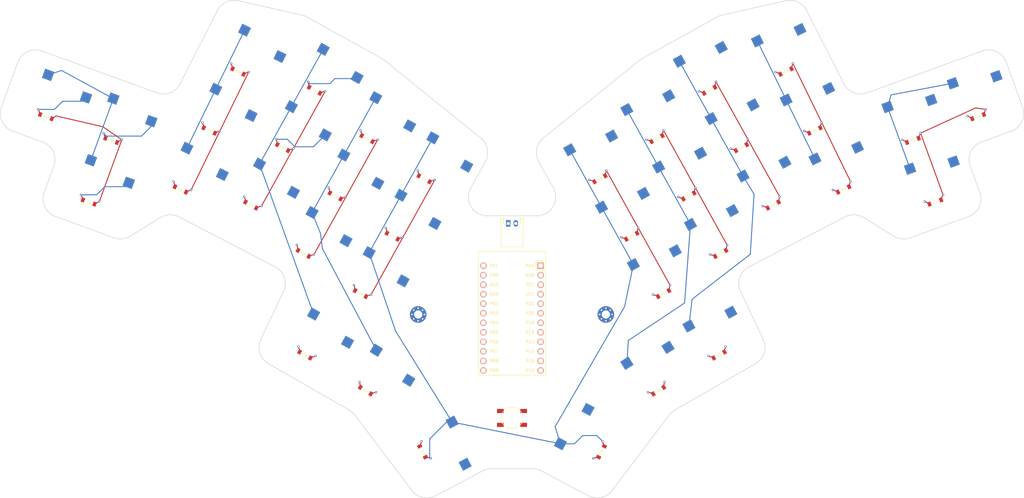
<source format=kicad_pcb>
(kicad_pcb (version 20240108) (generator "pcbnew") (generator_version "8.0")
  (title_block (title "tutorial") (rev "v1.0.0") (company "Unknown"))
  (layers (0 "F.Cu" signal) (31 "B.Cu" signal) (34 "B.Paste" user) (35 "F.Paste" user) (36 "B.SilkS" user "B.Silkscreen") (37 "F.SilkS" user "F.Silkscreen") (38 "B.Mask" user) (39 "F.Mask" user) (44 "Edge.Cuts" user))
  (net 0 "")
  (net 1 "P7")
  (net 2 "pinky_extension_home")
  (net 3 "pinky_bottom")
  (net 4 "pinky_home")
  (net 5 "P8")
  (net 6 "ring_bottom")
  (net 7 "ring_home")
  (net 8 "ring_top")
  (net 9 "P9")
  (net 10 "middle_bottom")
  (net 11 "middle_home")
  (net 12 "middle_top")
  (net 13 "P16")
  (net 14 "index_bottom")
  (net 15 "index_home")
  (net 16 "index_top")
  (net 17 "P10")
  (net 18 "inner_bottom")
  (net 19 "inner_home")
  (net 20 "inner_top")
  (net 21 "mirror_pinky_extension_home")
  (net 22 "mirror_pinky_bottom")
  (net 23 "mirror_pinky_home")
  (net 24 "mirror_ring_bottom")
  (net 25 "mirror_ring_home")
  (net 26 "mirror_ring_top")
  (net 27 "mirror_middle_bottom")
  (net 28 "mirror_middle_home")
  (net 29 "mirror_middle_top")
  (net 30 "mirror_index_bottom")
  (net 31 "mirror_index_home")
  (net 32 "mirror_index_top")
  (net 33 "mirror_inner_bottom")
  (net 34 "mirror_inner_home")
  (net 35 "mirror_inner_top")
  (net 36 "inner_default")
  (net 37 "center_default")
  (net 38 "outer_default")
  (net 39 "mirror_inner_default")
  (net 40 "mirror_center_default")
  (net 41 "mirror_outer_default")
  (net 42 "RAW")
  (net 43 "GND")
  (net 44 "RST")
  (net 45 "VCC")
  (net 46 "P21")
  (net 47 "P20")
  (net 48 "P19")
  (net 49 "P18")
  (net 50 "P15")
  (net 51 "P14")
  (net 52 "P1")
  (net 53 "P0")
  (net 54 "P2")
  (net 55 "P3")
  (net 56 "P4")
  (net 57 "P5")
  (net 58 "P6")
  (footprint "E73:SW_TACT_ALPS_SKQGABE010" (layer "F.Cu") (at 169.516968 189.662374)
    (property "Reference" "B1" (hide yes))
    (property "Value" "" (hide yes))
  )
  (footprint "ComboDiode" (layer "F.Cu") (at 88.864382 112.994356 154)
    (property "Reference" "D5" (hide yes))
    (property "Value" "" (hide yes))
  )
  (footprint "PG1350" (layer "F.Cu") (at 131.434766 152.380592 -29)
    (property "Reference" "S13" (hide yes))
    (property "Value" "" (hide yes))
  )
  (footprint "PG1350" (layer "F.Cu") (at 190.630833 121.768902 29)
    (property "Reference" "S30" (hide yes))
    (property "Value" "" (hide yes))
  )
  (footprint "ProMicro" (layer "F.Cu") (at 169.516968 163.018902 -90)
    (property "Reference" "MCU1" (hide yes))
    (property "Value" "" (hide yes))
  )
  (footprint "ComboDiode" (layer "F.Cu") (at 282.283721 132.074802 -160)
    (property "Reference" "D17" (hide yes))
    (property "Value" "" (hide yes))
  )
  (footprint "ComboDiode" (layer "F.Cu") (at 208.120284 115.161397 -151)
    (property "Reference" "D27" (hide yes))
    (property "Value" "" (hide yes))
  )
  (footprint "PG1350" (layer "F.Cu") (at 46.958748 104.886253 -20)
    (property "Reference" "S1" (hide yes))
    (property "Value" "" (hide yes))
  )
  (footprint "PG1350" (layer "F.Cu") (at 139.918934 137.074747 -29)
    (property "Reference" "S14" (hide yes))
    (property "Value" "" (hide yes))
  )
  (footprint "ComboDiode" (layer "F.Cu") (at 222.119105 102.25663 -151)
    (property "Reference" "D24" (hide yes))
    (property "Value" "" (hide yes))
  )
  (footprint "PG1350" (layer "F.Cu") (at 98.596221 93.041128 -26)
    (property "Reference" "S6" (hide yes))
    (property "Value" "" (hide yes))
  )
  (footprint "ComboDiode" (layer "F.Cu") (at 137.640329 141.185459 151)
    (property "Reference" "D14" (hide yes))
    (property "Value" "" (hide yes))
  )
  (footprint "PG1350" (layer "F.Cu") (at 90.924726 108.770024 -26)
    (property "Reference" "S5" (hide yes))
    (property "Value" "" (hide yes))
  )
  (footprint "PG1350" (layer "F.Cu") (at 119.193436 98.145918 -29)
    (property "Reference" "S9" (hide yes))
    (property "Value" "" (hide yes))
  )
  (footprint "ComboDiode" (layer "F.Cu") (at 122.429483 130.467242 151)
    (property "Reference" "D11" (hide yes))
    (property "Value" "" (hide yes))
  )
  (footprint "PG1350" (layer "F.Cu") (at 274.690874 111.213625 20)
    (property "Reference" "S18" (hide yes))
    (property "Value" "" (hide yes))
  )
  (footprint "ComboDiode" (layer "F.Cu") (at 193.347314 198.664829 -118)
    (property "Reference" "D36" (hide yes))
    (property "Value" "" (hide yes))
  )
  (footprint "PG1350" (layer "F.Cu") (at 222.395675 168.760867 29)
    (property "Reference" "S34" (hide yes))
    (property "Value" "" (hide yes))
  )
  (footprint "MountingHole_2.2mm_M2_Pad_Via" (layer "F.Cu") (at 144.516968 162.074747)
    (property "Reference" "_1" (hide yes))
    (property "Value" "")
  )
  (footprint "PG1350" (layer "F.Cu") (at 83.253231 124.49892 -26)
    (property "Reference" "S4" (hide yes))
    (property "Value" "" (hide yes))
  )
  (footprint "PG1350" (layer "F.Cu") (at 148.403102 121.768902 -29)
    (property "Reference" "S15" (hide yes))
    (property "Value" "" (hide yes))
  )
  (footprint "PG1350" (layer "F.Cu") (at 248.109209 108.770024 26)
    (property "Reference" "S20" (hide yes))
    (property "Value" "" (hide yes))
  )
  (footprint "PG1350" (layer "F.Cu") (at 64.343061 111.213625 -20)
    (property "Reference" "S3" (hide yes))
    (property "Value" "" (hide yes))
  )
  (footprint "PG1350" (layer "F.Cu") (at 206.043734 178.392897 32)
    (property "Reference" "S35" (hide yes))
    (property "Value" "" (hide yes))
  )
  (footprint "MountingHole_2.2mm_M2_Pad_Via" (layer "F.Cu") (at 194.516968 162.074747)
    (property "Reference" "_2" (hide yes))
    (property "Value" "")
  )
  (footprint "ComboDiode" (layer "F.Cu") (at 209.877775 156.491304 -151)
    (property "Reference" "D28" (hide yes))
    (property "Value" "" (hide yes))
  )
  (footprint "ComboDiode" (layer "F.Cu") (at 208.534354 182.378723 -148)
    (property "Reference" "D35" (hide yes))
    (property "Value" "" (hide yes))
  )
  (footprint "PG1350" (layer "F.Cu") (at 58.357709 127.658246 -20)
    (property "Reference" "S2" (hide yes))
    (property "Value" "" (hide yes))
  )
  (footprint "ComboDiode" (layer "F.Cu") (at 56.750214 132.074802 160)
    (property "Reference" "D2" (hide yes))
    (property "Value" "" (hide yes))
  )
  (footprint "PG1350" (layer "F.Cu") (at 199.115001 137.074747 29)
    (property "Reference" "S29" (hide yes))
    (property "Value" "" (hide yes))
  )
  (footprint "PG1350" (layer "F.Cu") (at 219.8405 98.145918 29)
    (property "Reference" "S24" (hide yes))
    (property "Value" "" (hide yes))
  )
  (footprint "ComboDiode" (layer "F.Cu") (at 116.91483 102.25663 151)
    (property "Reference" "D9" (hide yes))
    (property "Value" "" (hide yes))
  )
  (footprint "ComboDiode" (layer "F.Cu") (at 113.945315 145.773087 151)
    (property "Reference" "D10" (hide yes))
    (property "Value" "" (hide yes))
  )
  (footprint "ComboDiode" (layer "F.Cu") (at 239.087441 132.86832 -151)
    (property "Reference" "D22" (hide yes))
    (property "Value" "" (hide yes))
  )
  (footprint "JST_PH_S2B-PH-K_02x2.00mm_Angled" (layer "F.Cu") (at 169.516968 137.768902)
    (property "Reference" "JST1" (hide yes))
    (property "Value" "" (hide yes))
  )
  (footprint "PG1350" (layer "F.Cu") (at 214.325847 126.356529 29)
    (property "Reference" "S26" (hide yes))
    (property "Value" "" (hide yes))
  )
  (footprint "ComboDiode" (layer "F.Cu") (at 145.686621 198.664829 118)
    (property "Reference" "D33" (hide yes))
    (property "Value" "" (hide yes))
  )
  (footprint "ComboDiode" (layer "F.Cu") (at 225.08862 145.773087 -151)
    (property "Reference" "D25" (hide yes))
    (property "Value" "" (hide yes))
  )
  (footprint "PG1350" (layer "F.Cu") (at 116.63826 168.760867 -29)
    (property "Reference" "S31" (hide yes))
    (property "Value" "" (hide yes))
  )
  (footprint "PG1350" (layer "F.Cu") (at 102.225099 128.757608 -29)
    (property "Reference" "S7" (hide yes))
    (property "Value" "" (hide yes))
  )
  (footprint "ComboDiode" (layer "F.Cu") (at 192.909438 125.879615 -151)
    (property "Reference" "D30" (hide yes))
    (property "Value" "" (hide yes))
  )
  (footprint "ComboDiode" (layer "F.Cu") (at 250.169553 112.994356 -154)
    (property "Reference" "D20" (hide yes))
    (property "Value" "" (hide yes))
  )
  (footprint "ComboDiode" (layer "F.Cu") (at 201.393606 141.185459 -151)
    (property "Reference" "D29" (hide yes))
    (property "Value" "" (hide yes))
  )
  (footprint "ComboDiode" (layer "F.Cu") (at 45.351253 109.302808 160)
    (property "Reference" "D1" (hide yes))
    (property "Value" "" (hide yes))
  )
  (footprint "PG1350" (layer "F.Cu") (at 189.197461 196.458313 62)
    (property "Reference" "S36" (hide yes))
    (property "Value" "" (hide yes))
  )
  (footprint "PG1350" (layer "F.Cu") (at 132.990202 178.392897 -32)
    (property "Reference" "S32" (hide yes))
    (property "Value" "" (hide yes))
  )
  (footprint "ComboDiode" (layer "F.Cu") (at 230.603273 117.562475 -151)
    (property "Reference" "D23" (hide yes))
    (property "Value" "" (hide yes))
  )
  (footprint "PG1350" (layer "F.Cu") (at 207.59917 152.380592 29)
    (property "Reference" "S28" (hide yes))
    (property "Value" "" (hide yes))
  )
  (footprint "ComboDiode" (layer "F.Cu") (at 96.535877 97.26546 154)
    (property "Reference" "D6" (hide yes))
    (property "Value" "" (hide yes))
  )
  (footprint "PG1350" (layer "F.Cu") (at 280.676226 127.658246 20)
    (property "Reference" "S17" (hide yes))
    (property "Value" "" (hide yes))
  )
  (footprint "PG1350" (layer "F.Cu") (at 222.810015 141.662374 29)
    (property "Reference" "S25" (hide yes))
    (property "Value" "" (hide yes))
  )
  (footprint "PG1350" (layer "F.Cu") (at 228.324668 113.451763 29)
    (property "Reference" "S23" (hide yes))
    (property "Value" "" (hide yes))
  )
  (footprint "PG1350" (layer "F.Cu") (at 116.22392 141.662374 -29)
    (property "Reference" "S10" (hide yes))
    (property "Value" "" (hide yes))
  )
  (footprint "ComboDiode" (layer "F.Cu") (at 81.192887 128.723252 154)
    (property "Reference" "D4" (hide yes))
    (property "Value" "" (hide yes))
  )
  (footprint "ComboDiode" (layer "F.Cu") (at 242.498058 97.26546 -154)
    (property "Reference" "D21" (hide yes))
    (property "Value" "" (hide yes))
  )
  (footprint "ComboDiode" (layer "F.Cu") (at 62.735567 115.630181 160)
    (property "Reference" "D3" (hide yes))
    (property "Value" "" (hide yes))
  )
  (footprint "ComboDiode" (layer "F.Cu") (at 114.359655 172.87158 151)
    (property "Reference" "D31" (hide yes))
    (property "Value" "" (hide yes))
  )
  (footprint "PG1350" (layer "F.Cu") (at 205.841678 111.050685 29)
    (property "Reference" "S27" (hide yes))
    (property "Value" "" (hide yes))
  )
  (footprint "PG1350" (layer "F.Cu") (at 240.437714 93.041128 26)
    (property "Reference" "S21" (hide yes))
    (property "Value" "" (hide yes))
  )
  (footprint "ComboDiode" (layer "F.Cu") (at 129.15616 156.491304 151)
    (property "Reference" "D13" (hide yes))
    (property "Value" "" (hide yes))
  )
  (footprint "PG1350" (layer "F.Cu") (at 124.708089 126.356529 -29)
    (property "Reference" "S11" (hide yes))
    (property "Value" "" (hide yes))
  )
  (footprint "PG1350" (layer "F.Cu") (at 133.192257 111.050685 -29)
    (property "Reference" "S12" (hide yes))
    (property "Value" "" (hide yes))
  )
  (footprint "ComboDiode" (layer "F.Cu") (at 146.124497 125.879615 151)
    (property "Reference" "D15" (hide yes))
    (property "Value" "" (hide yes))
  )
  (footprint "ComboDiode" (layer "F.Cu") (at 108.430662 117.562475 151)
    (property "Reference" "D8" (hide yes))
    (property "Value" "" (hide yes))
  )
  (footprint "ComboDiode" (layer "F.Cu") (at 130.913652 115.161397 151)
    (property "Reference" "D12" (hide yes))
    (property "Value" "" (hide yes))
  )
  (footprint "ComboDiode" (layer "F.Cu") (at 216.604452 130.467242 -151)
    (property "Reference" "D26" (hide yes))
    (property "Value" "" (hide yes))
  )
  (footprint "PG1350" (layer "F.Cu") (at 255.780704 124.49892 26)
    (property "Reference" "S19" (hide yes))
    (property "Value" "" (hide yes))
  )
  (footprint "PG1350" (layer "F.Cu") (at 149.836474 196.458313 -62)
    (property "Reference" "S33" (hide yes))
    (property "Value" "" (hide yes))
  )
  (footprint "ComboDiode" (layer "F.Cu") (at 130.499581 182.378723 148)
    (property "Reference" "D32" (hide yes))
    (property "Value" "" (hide yes))
  )
  (footprint "ComboDiode" (layer "F.Cu") (at 224.67428 172.87158 -151)
    (property "Reference" "D34" (hide yes))
    (property "Value" "" (hide yes))
  )
  (footprint "ComboDiode" (layer "F.Cu") (at 99.946494 132.86832 151)
    (property "Reference" "D7" (hide yes))
    (property "Value" "" (hide yes))
  )
  (footprint "PG1350" (layer "F.Cu") (at 236.808836 128.757608 29)
    (property "Reference" "S22" (hide yes))
    (property "Value" "" (hide yes))
  )
  (footprint "PG1350" (layer "F.Cu") (at 110.709267 113.451763 -29)
    (property "Reference" "S8" (hide yes))
    (property "Value" "" (hide yes))
  )
  (footprint "PG1350" (layer "F.Cu") (at 292.075187 104.886253 20)
    (property "Reference" "S16" (hide yes))
    (property "Value" "" (hide yes))
  )
  (footprint "ComboDiode" (layer "F.Cu") (at 257.841049 128.723252 -154)
    (property "Reference" "D19" (hide yes))
    (property "Value" "" (hide yes))
  )
  (footprint "ComboDiode" (layer "F.Cu") (at 276.298369 115.630181 -160)
    (property "Reference" "D18" (hide yes))
    (property "Value" "" (hide yes))
  )
  (footprint "ComboDiode" (layer "F.Cu") (at 293.682682 109.302808 -160)
    (property "Reference" "D16" (hide yes))
    (property "Value" "" (hide yes))
  )
  (gr_line (start 196.167816 209.022297) (end 211.458929 188.847736) (stroke (width 0.15)) (layer "Edge.Cuts"))
  (gr_line (start 236.444492 168.70483) (end 230.393151 155.965606) (stroke (width 0.15)) (layer "Edge.Cuts"))
  (gr_arc (start 81.104339 100.529413) (mid 78.481895 102.916481) (end 74.936048 102.964135) (stroke (width 0.15)) (layer "Edge.Cuts"))
  (gr_arc (start 211.458928 188.847735) (mid 212.13887 188.115858) (end 212.950736 187.533759) (stroke (width 0.15)) (layer "Edge.Cuts"))
  (gr_arc (start 294.156408 129.535994) (mid 293.989484 133.359186) (end 291.168046 135.944558) (stroke (width 0.15)) (layer "Edge.Cuts"))
  (gr_arc (start 258.244768 136.035785) (mid 260.739238 135.47429) (end 263.18514 136.219424) (stroke (width 0.15)) (layer "Edge.Cuts"))
  (gr_line (start 305.55537 106.764001) (end 301.194613 94.78292) (stroke (width 0.15)) (layer "Edge.Cuts"))
  (gr_line (start 275.546202 141.630445) (end 291.168046 135.944558) (stroke (width 0.15)) (layer "Edge.Cuts"))
  (gr_line (start 142.866119 209.022297) (end 127.575007 188.847736) (stroke (width 0.15)) (layer "Edge.Cuts"))
  (gr_line (start 75.848795 136.219424) (end 67.829463 141.183396) (stroke (width 0.15)) (layer "Edge.Cuts"))
  (gr_arc (start 67.829463 141.183396) (mid 65.709954 141.905685) (end 63.487734 141.630445) (stroke (width 0.15)) (layer "Edge.Cuts"))
  (gr_arc (start 294.786049 91.794558) (mid 298.609241 91.961482) (end 301.194613 94.78292) (stroke (width 0.15)) (layer "Edge.Cuts"))
  (gr_arc (start 264.097887 102.964136) (mid 260.552039 102.916482) (end 257.929595 100.529414) (stroke (width 0.15)) (layer "Edge.Cuts"))
  (gr_line (start 162.399791 121.321758) (end 158.512485 128.334643) (stroke (width 0.15)) (layer "Edge.Cuts"))
  (gr_arc (start 203.469596 94.301031) (mid 203.819087 94.042677) (end 204.189694 93.815649) (stroke (width 0.15)) (layer "Edge.Cuts"))
  (gr_line (start 263.18514 136.219424) (end 271.204472 141.183396) (stroke (width 0.15)) (layer "Edge.Cuts"))
  (gr_line (start 203.469595 94.30103) (end 177.863097 115.009993) (stroke (width 0.15)) (layer "Edge.Cuts"))
  (gr_arc (start 236.444492 168.704829) (mid 236.700837 172.340577) (end 234.421087 175.184362) (stroke (width 0.15)) (layer "Edge.Cuts"))
  (gr_line (start 294.156409 129.535995) (end 291.591257 122.4883) (stroke (width 0.15)) (layer "Edge.Cuts"))
  (gr_line (start 162.885584 135.758691) (end 176.148352 135.758691) (stroke (width 0.15)) (layer "Edge.Cuts"))
  (gr_arc (start 180.521451 128.334643) (mid 180.456498 133.296383) (end 176.148352 135.758691) (stroke (width 0.15)) (layer "Edge.Cuts"))
  (gr_arc (start 134.844242 93.815648) (mid 135.214849 94.042676) (end 135.56434 94.30103) (stroke (width 0.15)) (layer "Edge.Cuts"))
  (gr_line (start 224.21632 82.714709) (end 204.189693 93.815649) (stroke (width 0.15)) (layer "Edge.Cuts"))
  (gr_arc (start 104.612849 175.184362) (mid 102.333099 172.340577) (end 102.589443 168.70483) (stroke (width 0.15)) (layer "Edge.Cuts"))
  (gr_line (start 175.054568 203.220409) (end 163.979367 203.220409) (stroke (width 0.15)) (layer "Edge.Cuts"))
  (gr_line (start 242.464132 78.400314) (end 225.542218 82.209891) (stroke (width 0.15)) (layer "Edge.Cuts"))
  (gr_arc (start 75.848795 136.219424) (mid 78.294697 135.47429) (end 80.789167 136.035785) (stroke (width 0.15)) (layer "Edge.Cuts"))
  (gr_arc (start 242.464132 78.400313) (mid 245.690885 78.753956) (end 248.020474 81.014488) (stroke (width 0.15)) (layer "Edge.Cuts"))
  (gr_arc (start 47.86589 135.944558) (mid 45.044452 133.359187) (end 44.877527 129.535995) (stroke (width 0.15)) (layer "Edge.Cuts"))
  (gr_line (start 176.634144 121.321758) (end 180.52145 128.334643) (stroke (width 0.15)) (layer "Edge.Cuts"))
  (gr_line (start 177.401926 203.805671) (end 189.835696 210.416824) (stroke (width 0.15)) (layer "Edge.Cuts"))
  (gr_arc (start 175.054568 203.220409) (mid 176.264178 203.36893) (end 177.401926 203.805671) (stroke (width 0.15)) (layer "Edge.Cuts"))
  (gr_line (start 212.950736 187.533759) (end 234.421087 175.184362) (stroke (width 0.15)) (layer "Edge.Cuts"))
  (gr_line (start 135.56434 94.30103) (end 161.170839 115.009993) (stroke (width 0.15)) (layer "Edge.Cuts"))
  (gr_line (start 114.817616 82.714709) (end 134.844242 93.815649) (stroke (width 0.15)) (layer "Edge.Cuts"))
  (gr_arc (start 106.433168 149.385207) (mid 108.864775 152.229952) (end 108.640784 155.965606) (stroke (width 0.15)) (layer "Edge.Cuts"))
  (gr_arc (start 44.454316 116.079736) (mid 47.275754 118.665108) (end 47.442678 122.4883) (stroke (width 0.15)) (layer "Edge.Cuts"))
  (gr_line (start 44.247886 91.794558) (end 74.936048 102.964135) (stroke (width 0.15)) (layer "Edge.Cuts"))
  (gr_arc (start 113.491718 82.209891) (mid 114.172663 82.415033) (end 114.817616 82.714709) (stroke (width 0.15)) (layer "Edge.Cuts"))
  (gr_line (start 33.478566 106.764001) (end 37.839322 94.78292) (stroke (width 0.15)) (layer "Edge.Cuts"))
  (gr_line (start 232.600767 149.385207) (end 258.244768 136.035785) (stroke (width 0.15)) (layer "Edge.Cuts"))
  (gr_line (start 294.57962 116.079736) (end 302.567007 113.172565) (stroke (width 0.15)) (layer "Edge.Cuts"))
  (gr_arc (start 305.555369 106.764001) (mid 305.388445 110.587193) (end 302.567007 113.172565) (stroke (width 0.15)) (layer "Edge.Cuts"))
  (gr_arc (start 275.546201 141.630445) (mid 273.323981 141.905686) (end 271.204472 141.183396) (stroke (width 0.15)) (layer "Edge.Cuts"))
  (gr_arc (start 291.591258 122.4883) (mid 291.758182 118.665108) (end 294.57962 116.079736) (stroke (width 0.15)) (layer "Edge.Cuts"))
  (gr_arc (start 161.632009 203.805671) (mid 162.769757 203.36893) (end 163.979367 203.220409) (stroke (width 0.15)) (layer "Edge.Cuts"))
  (gr_arc (start 224.21632 82.714709) (mid 224.861273 82.415033) (end 225.542218 82.209891) (stroke (width 0.15)) (layer "Edge.Cuts"))
  (gr_arc (start 230.393151 155.965606) (mid 230.16916 152.229952) (end 232.600767 149.385207) (stroke (width 0.15)) (layer "Edge.Cuts"))
  (gr_line (start 63.487734 141.630445) (end 47.865889 135.944558) (stroke (width 0.15)) (layer "Edge.Cuts"))
  (gr_line (start 294.786049 91.794558) (end 264.097887 102.964135) (stroke (width 0.15)) (layer "Edge.Cuts"))
  (gr_arc (start 36.466928 113.172565) (mid 33.64549 110.587193) (end 33.478566 106.764001) (stroke (width 0.15)) (layer "Edge.Cuts"))
  (gr_line (start 44.877527 129.535995) (end 47.442678 122.4883) (stroke (width 0.15)) (layer "Edge.Cuts"))
  (gr_line (start 81.10434 100.529414) (end 91.013462 81.014488) (stroke (width 0.15)) (layer "Edge.Cuts"))
  (gr_arc (start 196.167816 209.022297) (mid 193.258437 210.885072) (end 189.835696 210.416824) (stroke (width 0.15)) (layer "Edge.Cuts"))
  (gr_line (start 126.083199 187.533759) (end 104.612848 175.184362) (stroke (width 0.15)) (layer "Edge.Cuts"))
  (gr_line (start 44.454315 116.079736) (end 36.466928 113.172565) (stroke (width 0.15)) (layer "Edge.Cuts"))
  (gr_arc (start 176.634144 121.321758) (mid 176.099408 117.942114) (end 177.863097 115.009993) (stroke (width 0.15)) (layer "Edge.Cuts"))
  (gr_line (start 96.569803 78.400314) (end 113.491718 82.209891) (stroke (width 0.15)) (layer "Edge.Cuts"))
  (gr_arc (start 161.170838 115.009993) (mid 162.934526 117.942114) (end 162.399791 121.321758) (stroke (width 0.15)) (layer "Edge.Cuts"))
  (gr_arc (start 126.083199 187.533759) (mid 126.895065 188.115858) (end 127.575007 188.847735) (stroke (width 0.15)) (layer "Edge.Cuts"))
  (gr_line (start 106.433168 149.385207) (end 80.789167 136.035785) (stroke (width 0.15)) (layer "Edge.Cuts"))
  (gr_line (start 161.632009 203.805671) (end 149.198239 210.416824) (stroke (width 0.15)) (layer "Edge.Cuts"))
  (gr_arc (start 149.198239 210.416824) (mid 145.775498 210.885072) (end 142.866119 209.022297) (stroke (width 0.15)) (layer "Edge.Cuts"))
  (gr_line (start 257.929595 100.529414) (end 248.020474 81.014488) (stroke (width 0.15)) (layer "Edge.Cuts"))
  (gr_line (start 102.589443 168.70483) (end 108.640784 155.965606) (stroke (width 0.15)) (layer "Edge.Cuts"))
  (gr_arc (start 91.013462 81.014488) (mid 93.343051 78.753957) (end 96.569803 78.400314) (stroke (width 0.15)) (layer "Edge.Cuts"))
  (gr_arc (start 37.839323 94.782921) (mid 40.424694 91.961483) (end 44.247886 91.794558) (stroke (width 0.15)) (layer "Edge.Cuts"))
  (gr_arc (start 162.885584 135.758691) (mid 158.577438 133.296383) (end 158.512485 128.334643) (stroke (width 0.15)) (layer "Edge.Cuts"))
  (segment (start 278.365348 113.707267) (end 293 107) (width 0.25) (layer "F.Cu") (net 1))
  (segment (start 65.55499 115.485771) (end 60.5 112) (width 0.25) (layer "F.Cu") (net 1))
  (segment (start 59.569637 131.930392) (end 65.55499 115.485771) (width 0.25) (layer "F.Cu") (net 1))
  (segment (start 60.5 112) (end 48.170676 109.158398) (width 0.25) (layer "F.Cu") (net 1))
  (segment (start 284.3507 130.151888) (end 278.365348 113.707267) (width 0.25) (layer "F.Cu") (net 1))
  (segment (start 293 107) (end 295.749661 107.379894) (width 0.25) (layer "F.Cu") (net 1))
  (segment (start 269.578361 106.74257) (end 275.563713 123.187191) (width 0.25) (layer "B.Cu") (net 1))
  (segment (start 57.315236 120.946959) (end 63.300588 104.502338) (width 0.25) (layer "B.Cu") (net 1))
  (segment (start 270.5 103.5) (end 286.962674 100.415198) (width 0.25) (layer "B.Cu") (net 1))
  (segment (start 63.300588 104.502338) (end 49.5 97) (width 0.25) (layer "B.Cu") (net 1))
  (segment (start 49.5 97) (end 45.916275 98.174966) (width 0.25) (layer "B.Cu") (net 1))
  (segment (start 269.578361 106.74257) (end 270.5 103.5) (width 0.25) (layer "B.Cu") (net 1))
  (segment (start 49.79311 105.20689) (end 47.620106 107.379894) (width 0.25) (layer "B.Cu") (net 2))
  (segment (start 55.003012 105.20689) (end 49.79311 105.20689) (width 0.25) (layer "B.Cu") (net 2))
  (segment (start 56.01728 104.192622) (end 55.003012 105.20689) (width 0.25) (layer "B.Cu") (net 2))
  (segment (start 47.620106 107.379894) (end 43.284274 107.379894) (width 0.25) (layer "B.Cu") (net 2))
  (segment (start 67.416241 126.964615) (end 66.401973 127.978883) (width 0.25) (layer "B.Cu") (net 3))
  (segment (start 66.401973 127.978883) (end 61.021117 127.978883) (width 0.25) (layer "B.Cu") (net 3))
  (segment (start 61.021117 127.978883) (end 58.848112 130.151888) (width 0.25) (layer "B.Cu") (net 3))
  (segment (start 58.848112 130.151888) (end 54.683235 130.151888) (width 0.25) (layer "B.Cu") (net 3))
  (segment (start 70.805018 114.5) (end 61.461321 114.5) (width 0.25) (layer "B.Cu") (net 4))
  (segment (start 61.461321 114.5) (end 60.668588 113.707267) (width 0.25) (layer "B.Cu") (net 4))
  (segment (start 73.401593 111.903425) (end 70.805018 114.5) (width 0.25) (layer "B.Cu") (net 4))
  (segment (start 73.401593 110.519994) (end 73.401593 111.903425) (width 0.25) (layer "B.Cu") (net 4))
  (segment (start 99.35495 97.416552) (end 84.01196 128.874344) (width 0.25) (layer "F.Cu") (net 5))
  (segment (start 244.352714 95.137022) (end 259.695705 126.594814) (width 0.25) (layer "F.Cu") (net 5))
  (segment (start 234.885855 89.128969) (end 250.228845 120.586761) (width 0.25) (layer "B.Cu") (net 5))
  (segment (start 98.260979 86.257638) (end 82.917989 117.71543) (width 0.25) (layer "B.Cu") (net 5))
  (segment (start 102.753796 133.166743) (end 119.722132 102.555053) (width 0.25) (layer "F.Cu") (net 9))
  (segment (start 223.859826 100.034043) (end 240.828162 130.645733) (width 0.25) (layer "F.Cu") (net 9))
  (segment (start 233 146) (end 234 130) (width 0.25) (layer "B.Cu") (net 9))
  (segment (start 116.658498 161.969128) (end 102.245337 121.965869) (width 0.25) (layer "B.Cu") (net 9))
  (segment (start 217.5 158) (end 233 146) (width 0.25) (layer "B.Cu") (net 9))
  (segment (start 214.091503 94.529682) (end 231.059839 125.141372) (width 0.25) (layer "B.Cu") (net 9))
  (segment (start 216.646678 165.144631) (end 217.5 158) (width 0.25) (layer "B.Cu") (net 9))
  (segment (start 119.213674 91.354179) (end 102.245337 121.965869) (width 0.25) (layer "B.Cu") (net 9))
  (segment (start 234 130) (end 231.059839 125.141372) (width 0.25) (layer "B.Cu") (net 9))
  (segment (start 119.764781 114.183739) (end 116.604404 117.344116) (width 0.25) (layer "B.Cu") (net 11))
  (segment (start 116.604404 117.344116) (end 111.646621 117.344116) (width 0.25) (layer "B.Cu") (net 11))
  (segment (start 109.642393 115.339888) (end 106.689941 115.339888) (width 0.25) (layer "B.Cu") (net 11))
  (segment (start 111.646621 117.344116) (end 109.642393 115.339888) (width 0.25) (layer "B.Cu") (net 11))
  (segment (start 115.640066 100.5) (end 115.174109 100.034043) (width 0.25) (layer "B.Cu") (net 12))
  (segment (start 128.24895 98.877894) (end 127.961702 99.165142) (width 0.25) (layer "B.Cu") (net 12))
  (segment (start 127.961702 99.165142) (end 122.334858 99.165142) (width 0.25) (layer "B.Cu") (net 12))
  (segment (start 121 100.5) (end 115.640066 100.5) (width 0.25) (layer "B.Cu") (net 12))
  (segment (start 122.334858 99.165142) (end 121 100.5) (width 0.25) (layer "B.Cu") (net 12))
  (segment (start 209.861005 112.93881) (end 226.829341 143.5505) (width 0.25) (layer "F.Cu") (net 13))
  (segment (start 133.720954 115.45982) (end 116.752617 146.07151) (width 0.25) (layer "F.Cu") (net 13))
  (segment (start 133.365864 171.611525) (end 119 144.5) (width 0.25) (layer "B.Cu") (net 13))
  (segment (start 200.113357 175.082496) (end 200.5 169) (width 0.25) (layer "B.Cu") (net 13))
  (segment (start 215.5 159) (end 217.061018 138.046138) (width 0.25) (layer "B.Cu") (net 13))
  (segment (start 200.5 169) (end 215.5 159) (width 0.25) (layer "B.Cu") (net 13))
  (segment (start 119 144.5) (end 118.5 140.5) (width 0.25) (layer "B.Cu") (net 13))
  (segment (start 200.092681 107.434449) (end 217.061018 138.046138) (width 0.25) (layer "B.Cu") (net 13))
  (segment (start 118.5 140.5) (end 116.244158 134.870635) (width 0.25) (layer "B.Cu") (net 13))
  (segment (start 133.212495 104.258946) (end 116.244158 134.870635) (width 0.25) (layer "B.Cu") (net 13))
  (segment (start 131.963462 156.789727) (end 148.931799 126.178038) (width 0.25) (layer "F.Cu") (net 17))
  (segment (start 211.618496 154.268717) (end 194.650159 123.657028) (width 0.25) (layer "F.Cu") (net 17))
  (segment (start 192.112764 194.368813) (end 193.596698 195.852747) (width 0.25) (layer "B.Cu") (net 17))
  (segment (start 184.881836 118.152666) (end 201.850173 148.764356) (width 0.25) (layer "B.Cu") (net 17))
  (segment (start 182.406403 196.556611) (end 186.144164 196.556611) (width 0.25) (layer "B.Cu") (net 17))
  (segment (start 188.331962 194.368813) (end 192.112764 194.368813) (width 0.25) (layer "B.Cu") (net 17))
  (segment (start 153.552493 190.773304) (end 182.406403 196.556611) (width 0.25) (layer "B.Cu") (net 17))
  (segment (start 131.455004 145.588853) (end 138.5 166.5) (width 0.25) (layer "B.Cu") (net 17))
  (segment (start 182.406403 196.556611) (end 181 192) (width 0.25) (layer "B.Cu") (net 17))
  (segment (start 147.578489 195.274967) (end 147.578489 200.144074) (width 0.25) (layer "B.Cu") (net 17))
  (segment (start 138.5 166.5) (end 153.552493 190.773304) (width 0.25) (layer "B.Cu") (net 17))
  (segment (start 153.552493 190.773304) (end 152.080152 190.773304) (width 0.25) (layer "B.Cu") (net 17))
  (segment (start 186.144164 196.556611) (end 188.331962 194.368813) (width 0.25) (layer "B.Cu") (net 17))
  (segment (start 147.578489 200.144074) (end 147.878489 200.444074) (width 0.25) (layer "B.Cu") (net 17))
  (segment (start 181 192) (end 199.5 160) (width 0.25) (layer "B.Cu") (net 17))
  (segment (start 152.080152 190.773304) (end 147.578489 195.274967) (width 0.25) (layer "B.Cu") (net 17))
  (segment (start 199.5 160) (end 201.850173 148.764356) (width 0.25) (layer "B.Cu") (net 17))
  (segment (start 148.42334 114.977163) (end 131.455004 145.588853) (width 0.25) (layer "B.Cu") (net 17))
)
</source>
